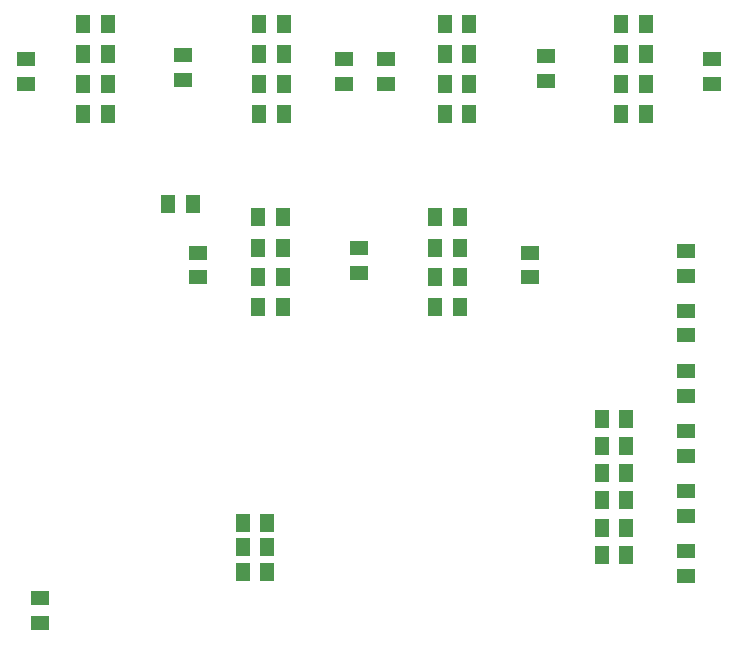
<source format=gbp>
G04*
G04 #@! TF.GenerationSoftware,Altium Limited,Altium Designer,18.1.8 (232)*
G04*
G04 Layer_Color=128*
%FSLAX43Y43*%
%MOMM*%
G71*
G01*
G75*
%ADD21R,1.300X1.500*%
%ADD22R,1.500X1.300*%
D21*
X10640Y53570D02*
D03*
X12740D02*
D03*
X27680D02*
D03*
X25580D02*
D03*
X12740Y56120D02*
D03*
X10640D02*
D03*
X25580D02*
D03*
X27680D02*
D03*
X12740Y58650D02*
D03*
X10640D02*
D03*
X25580D02*
D03*
X27680D02*
D03*
X10640Y61200D02*
D03*
X12740D02*
D03*
X27680D02*
D03*
X25580D02*
D03*
X25480Y37210D02*
D03*
X27580D02*
D03*
X42550D02*
D03*
X40450D02*
D03*
X27580Y39747D02*
D03*
X25480D02*
D03*
X40450D02*
D03*
X42550D02*
D03*
X27580Y42284D02*
D03*
X25480D02*
D03*
X40450D02*
D03*
X42550D02*
D03*
X25480Y44830D02*
D03*
X27580D02*
D03*
X42550D02*
D03*
X40450D02*
D03*
X41260Y53570D02*
D03*
X43360D02*
D03*
X58320D02*
D03*
X56220D02*
D03*
X43360Y56120D02*
D03*
X41260D02*
D03*
X56220D02*
D03*
X58320D02*
D03*
X43360Y58650D02*
D03*
X41260D02*
D03*
X56220D02*
D03*
X58320D02*
D03*
X41260Y61200D02*
D03*
X43360D02*
D03*
X58320D02*
D03*
X56220D02*
D03*
X56650Y23183D02*
D03*
X54550D02*
D03*
Y20875D02*
D03*
X56650D02*
D03*
Y25492D02*
D03*
X54550D02*
D03*
Y18567D02*
D03*
X56650D02*
D03*
Y27800D02*
D03*
X54550D02*
D03*
Y16259D02*
D03*
X56650D02*
D03*
X19930Y45990D02*
D03*
X17830D02*
D03*
X24150Y14800D02*
D03*
X26250D02*
D03*
X24150Y16900D02*
D03*
X26250D02*
D03*
Y19000D02*
D03*
X24150D02*
D03*
D22*
X5850Y56120D02*
D03*
Y58220D02*
D03*
X32700Y56120D02*
D03*
Y58220D02*
D03*
X20340Y39750D02*
D03*
Y41850D02*
D03*
X48500Y39752D02*
D03*
Y41852D02*
D03*
X36330Y56120D02*
D03*
Y58220D02*
D03*
X63890Y56130D02*
D03*
Y58230D02*
D03*
X61700Y31850D02*
D03*
Y29750D02*
D03*
Y36950D02*
D03*
Y34850D02*
D03*
Y42000D02*
D03*
Y39900D02*
D03*
Y16600D02*
D03*
Y14500D02*
D03*
Y21650D02*
D03*
Y19550D02*
D03*
Y26750D02*
D03*
Y24650D02*
D03*
X7000Y12600D02*
D03*
Y10500D02*
D03*
X19110Y58550D02*
D03*
Y56450D02*
D03*
X34000Y42230D02*
D03*
Y40130D02*
D03*
X49830Y58490D02*
D03*
Y56390D02*
D03*
M02*

</source>
